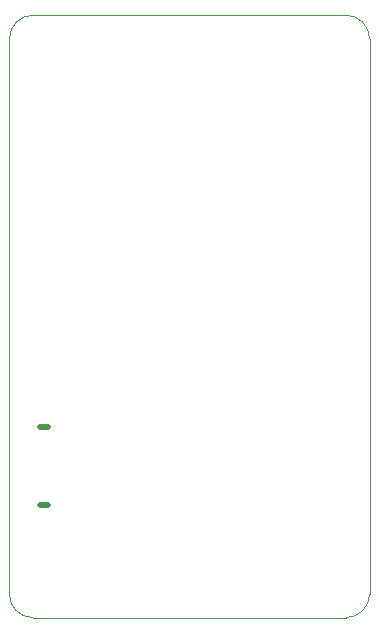
<source format=gbr>
%TF.GenerationSoftware,KiCad,Pcbnew,8.0.5*%
%TF.CreationDate,2025-04-10T23:54:11-07:00*%
%TF.ProjectId,ESP32,45535033-322e-46b6-9963-61645f706362,rev?*%
%TF.SameCoordinates,Original*%
%TF.FileFunction,Profile,NP*%
%FSLAX46Y46*%
G04 Gerber Fmt 4.6, Leading zero omitted, Abs format (unit mm)*
G04 Created by KiCad (PCBNEW 8.0.5) date 2025-04-10 23:54:11*
%MOMM*%
%LPD*%
G01*
G04 APERTURE LIST*
%TA.AperFunction,Profile*%
%ADD10C,0.050000*%
%TD*%
%TA.AperFunction,Profile*%
%ADD11C,0.508000*%
%TD*%
G04 APERTURE END LIST*
D10*
X111760000Y-102470000D02*
G75*
G02*
X113760000Y-100470000I2000000J0D01*
G01*
X140260000Y-100470000D02*
G75*
G02*
X142260000Y-102470000I0J-2000000D01*
G01*
X113760000Y-151470000D02*
G75*
G02*
X111760000Y-149470000I0J2000000D01*
G01*
X142260000Y-149470000D02*
G75*
G02*
X140260000Y-151470000I-2000000J0D01*
G01*
X111760000Y-149470000D02*
X111760000Y-102470000D01*
X142260000Y-102470000D02*
X142260000Y-149470000D01*
X113760000Y-100470000D02*
X140260000Y-100470000D01*
X140260000Y-151470000D02*
X113760000Y-151470000D01*
D11*
%TO.C,J5*%
X115017897Y-135320402D02*
X114332097Y-135320402D01*
X115017897Y-141920398D02*
X114332097Y-141920398D01*
%TD*%
M02*

</source>
